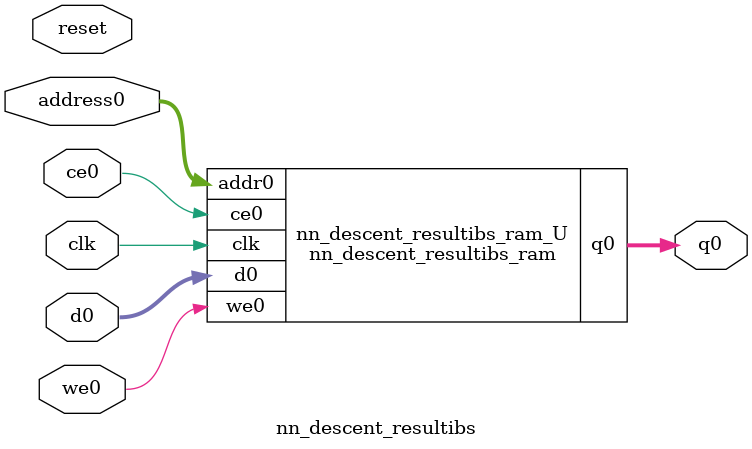
<source format=v>

`timescale 1 ns / 1 ps
module nn_descent_resultibs_ram (addr0, ce0, d0, we0, q0,  clk);

parameter DWIDTH = 32;
parameter AWIDTH = 10;
parameter MEM_SIZE = 1000;

input[AWIDTH-1:0] addr0;
input ce0;
input[DWIDTH-1:0] d0;
input we0;
output reg[DWIDTH-1:0] q0;
input clk;

(* ram_style = "block" *)reg [DWIDTH-1:0] ram[0:MEM_SIZE-1];




always @(posedge clk)  
begin 
    if (ce0) 
    begin
        if (we0) 
        begin 
            ram[addr0] <= d0; 
            q0 <= d0;
        end 
        else 
            q0 <= ram[addr0];
    end
end


endmodule


`timescale 1 ns / 1 ps
module nn_descent_resultibs(
    reset,
    clk,
    address0,
    ce0,
    we0,
    d0,
    q0);

parameter DataWidth = 32'd32;
parameter AddressRange = 32'd1000;
parameter AddressWidth = 32'd10;
input reset;
input clk;
input[AddressWidth - 1:0] address0;
input ce0;
input we0;
input[DataWidth - 1:0] d0;
output[DataWidth - 1:0] q0;



nn_descent_resultibs_ram nn_descent_resultibs_ram_U(
    .clk( clk ),
    .addr0( address0 ),
    .ce0( ce0 ),
    .we0( we0 ),
    .d0( d0 ),
    .q0( q0 ));

endmodule


</source>
